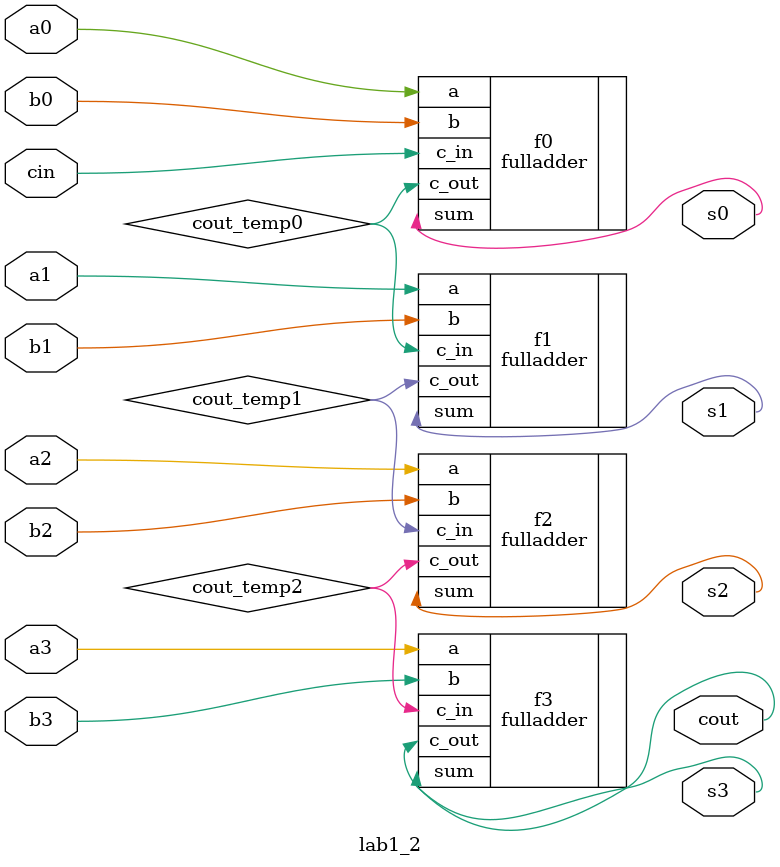
<source format=v>
`timescale 1ns / 1ps
module lab1_2(
		input a0,a1,a2,a3,b0,b1,b2,b3,
		input cin,
		output s0,s1,s2,s3,
		output cout
		
    );
wire cout_temp0,cout_temp1,cout_temp2;

fulladder f0(
	.a(a0), .b(b0),.c_in(cin), .sum(s0), .c_out(cout_temp0)
);

fulladder f1(
	.a(a1), .b(b1),.c_in(cout_temp0), .sum(s1), .c_out(cout_temp1)
);

fulladder f2(
	.a(a2), .b(b2),.c_in(cout_temp1), .sum(s2), .c_out(cout_temp2)
);

fulladder f3(
	.a(a3), 	.b(b3),	.c_in(cout_temp2), 	.sum(s3), 	.c_out(cout)
);
endmodule



</source>
